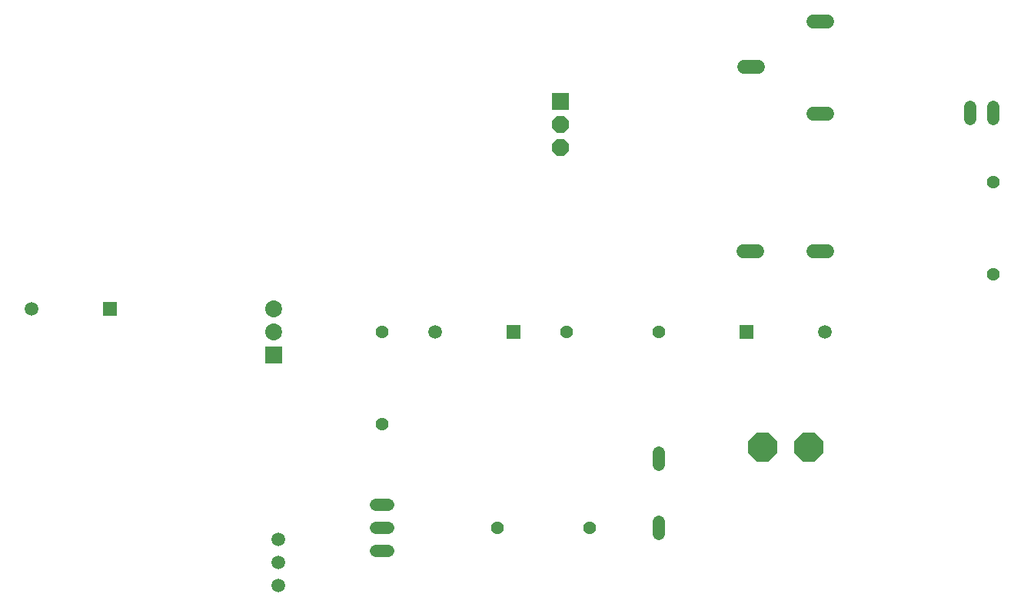
<source format=gbr>
G04 EAGLE Gerber RS-274X export*
G75*
%MOMM*%
%FSLAX34Y34*%
%LPD*%
%INBottom Copper*%
%IPPOS*%
%AMOC8*
5,1,8,0,0,1.08239X$1,22.5*%
G01*
%ADD10R,1.508000X1.508000*%
%ADD11C,1.508000*%
%ADD12C,1.320800*%
%ADD13C,1.524000*%
%ADD14R,1.879600X1.879600*%
%ADD15P,2.034460X8X22.500000*%
%ADD16R,1.860000X1.860000*%
%ADD17C,1.860000*%
%ADD18C,1.430000*%
%ADD19P,3.409096X8X22.500000*%


D10*
X284550Y533400D03*
D11*
X198050Y533400D03*
D10*
X729050Y508000D03*
D11*
X642550Y508000D03*
D10*
X985450Y508000D03*
D11*
X1071950Y508000D03*
D12*
X1231900Y742696D02*
X1231900Y755904D01*
X1257300Y755904D02*
X1257300Y742696D01*
X590804Y317500D02*
X577596Y317500D01*
X577596Y266700D02*
X590804Y266700D01*
X590804Y292100D02*
X577596Y292100D01*
D13*
X1059180Y596900D02*
X1074420Y596900D01*
X997966Y596900D02*
X982726Y596900D01*
X1059180Y748538D02*
X1074420Y748538D01*
X1074420Y850646D02*
X1059180Y850646D01*
X998220Y800100D02*
X982980Y800100D01*
D14*
X781050Y762000D03*
D15*
X781050Y736600D03*
X781050Y711200D03*
D16*
X464800Y482600D03*
D17*
X464800Y508000D03*
X464800Y533400D03*
D18*
X787400Y508000D03*
X889000Y508000D03*
X584200Y406400D03*
X584200Y508000D03*
X711200Y292100D03*
X812800Y292100D03*
X1257300Y673100D03*
X1257300Y571500D03*
D12*
X889000Y374904D02*
X889000Y361696D01*
X889000Y298704D02*
X889000Y285496D01*
D19*
X1003300Y381000D03*
X1054100Y381000D03*
D11*
X469900Y279400D03*
X469900Y254000D03*
X469900Y228600D03*
M02*

</source>
